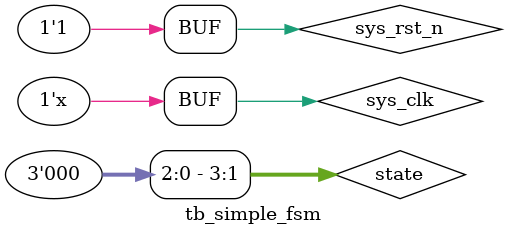
<source format=v>
`timescale 1ns/1ns
module tb_simple_fsm();

reg	sys_clk;
reg	sys_rst_n;
reg	pi_money;

wire	po_cola;

initial
	begin
		sys_clk = 1'b1;
		sys_rst_n <= 1'b0;
		#20
		sys_rst_n <= 1'b1;
	end

always #10 sys_clk = ~sys_clk;

always @(posedge sys_clk or negedge sys_rst_n)
		if(~sys_rst_n)
			pi_money <= 1'b0;
		else
			pi_money <= {$random} % 2;

//将RTL模块中的内部信号引入到Testbench模块中进行观察
wire	[3:0]	state = simple_fsm_inst.state;


simple_fsm simple_fsm_inst
(
	.sys_clk(sys_clk),
	.sys_rst_n(sys_rst_n),
	.pi_money(pi_money),

	.po_cola(po_cola)
);

endmodule


</source>
